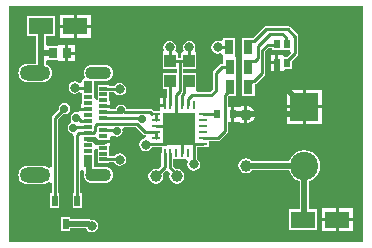
<source format=gtl>
G04*
G04 #@! TF.GenerationSoftware,Altium Limited,Altium Designer,20.1.8 (145)*
G04*
G04 Layer_Physical_Order=1*
G04 Layer_Color=255*
%FSLAX25Y25*%
%MOIN*%
G70*
G04*
G04 #@! TF.SameCoordinates,5D2BCBBB-68BA-462B-8042-098B58F1E690*
G04*
G04*
G04 #@! TF.FilePolarity,Positive*
G04*
G01*
G75*
%ADD10C,0.01000*%
%ADD33R,0.03150X0.00984*%
%ADD34R,0.00984X0.03150*%
%ADD35R,0.10630X0.10630*%
%ADD36C,0.03937*%
%ADD37R,0.03150X0.04921*%
%ADD38R,0.02362X0.03150*%
%ADD39R,0.02756X0.03937*%
%ADD40R,0.02756X0.01181*%
%ADD41R,0.08268X0.05709*%
%ADD42R,0.01968X0.03740*%
%ADD43R,0.01968X0.03150*%
%ADD44R,0.03150X0.03543*%
%ADD45R,0.03937X0.04331*%
%ADD46C,0.02000*%
%ADD47C,0.01500*%
%ADD48O,0.10236X0.05118*%
%ADD49O,0.08661X0.04331*%
%ADD50C,0.09449*%
%ADD51R,0.09449X0.09449*%
%ADD52C,0.03150*%
%ADD53C,0.02756*%
G36*
X118110D02*
X0D01*
Y78740D01*
X118110D01*
Y0D01*
D02*
G37*
%LPC*%
G36*
X27264Y75776D02*
X22630D01*
Y72421D01*
X27264D01*
Y75776D01*
D02*
G37*
G36*
X21630D02*
X16996D01*
Y72421D01*
X21630D01*
Y75776D01*
D02*
G37*
G36*
X27264Y71421D02*
X22630D01*
Y68067D01*
X27264D01*
Y71421D01*
D02*
G37*
G36*
X21630D02*
X16996D01*
Y68067D01*
X21630D01*
Y71421D01*
D02*
G37*
G36*
X75525Y68061D02*
X71376D01*
Y67415D01*
X70401Y66864D01*
X70376Y66869D01*
X69591Y67025D01*
X68781Y66864D01*
X68095Y66405D01*
X67636Y65719D01*
X67475Y64909D01*
X67636Y64100D01*
X68095Y63414D01*
X68781Y62955D01*
X69591Y62794D01*
X70376Y62950D01*
X70401Y62954D01*
X71376Y62404D01*
X71376Y62139D01*
X71476Y61181D01*
Y59420D01*
X70900D01*
X70510Y59342D01*
X70179Y59121D01*
X68279Y57221D01*
X68058Y56890D01*
X67980Y56500D01*
Y50922D01*
X67078Y50020D01*
X62786D01*
X62468Y50888D01*
X62468D01*
Y56219D01*
X58020D01*
Y57581D01*
X62468D01*
Y62912D01*
X62454D01*
X61919Y63912D01*
X62045Y64100D01*
X62206Y64909D01*
X62045Y65719D01*
X61586Y66405D01*
X60900Y66864D01*
X60091Y67025D01*
X59281Y66864D01*
X58595Y66405D01*
X58136Y65719D01*
X57975Y64909D01*
X58136Y64100D01*
X58262Y63912D01*
X57727Y62912D01*
X57531D01*
Y61266D01*
X56269D01*
Y62912D01*
X55954D01*
X55419Y63912D01*
X55545Y64100D01*
X55706Y64909D01*
X55545Y65719D01*
X55086Y66405D01*
X54400Y66864D01*
X53591Y67025D01*
X52781Y66864D01*
X52095Y66405D01*
X51636Y65719D01*
X51475Y64909D01*
X51636Y64100D01*
X51762Y63912D01*
X51332Y62912D01*
X51332D01*
Y57581D01*
X55980D01*
Y56219D01*
X51332D01*
Y50888D01*
X52780D01*
Y48149D01*
X52379D01*
Y45574D01*
X51879D01*
Y45074D01*
X50387D01*
Y43613D01*
X49064D01*
X48926Y43641D01*
X48788Y43613D01*
X48309D01*
X47701Y44221D01*
X47370Y44442D01*
X46980Y44520D01*
X39196D01*
X39173Y44636D01*
X38758Y45257D01*
X38136Y45673D01*
X37404Y45818D01*
X36671Y45673D01*
X36050Y45257D01*
X35635Y44636D01*
X35573Y44327D01*
X33854D01*
Y44776D01*
X31476D01*
Y45776D01*
X33854D01*
Y46866D01*
X33354D01*
Y50071D01*
X35125D01*
X35504Y49504D01*
X36190Y49046D01*
X37000Y48885D01*
X37810Y49046D01*
X38496Y49504D01*
X38954Y50190D01*
X39115Y51000D01*
X38954Y51810D01*
X38496Y52496D01*
X37810Y52954D01*
X37000Y53115D01*
X36190Y52954D01*
X35504Y52496D01*
X35246Y52110D01*
X33354D01*
Y52272D01*
X29598D01*
Y47666D01*
X29236Y47446D01*
X28236Y48009D01*
Y53690D01*
X32028D01*
X32723Y53781D01*
X33372Y54050D01*
X33928Y54477D01*
X34356Y55034D01*
X34624Y55682D01*
X34716Y56378D01*
X34624Y57074D01*
X34356Y57722D01*
X33928Y58279D01*
X33372Y58706D01*
X32723Y58975D01*
X32028Y59066D01*
X27697D01*
X27001Y58975D01*
X26353Y58706D01*
X25796Y58279D01*
X25369Y57722D01*
X25100Y57074D01*
X25008Y56378D01*
X25100Y55682D01*
X25369Y55034D01*
X24868Y54043D01*
X24480D01*
Y53322D01*
X23496Y52996D01*
X22809Y53454D01*
X22000Y53615D01*
X21191Y53454D01*
X20504Y52996D01*
X20046Y52310D01*
X19884Y51500D01*
X20046Y50690D01*
X20504Y50004D01*
X21191Y49546D01*
X22000Y49385D01*
X22809Y49546D01*
X23496Y50004D01*
X24480Y49678D01*
Y45882D01*
X23980D01*
Y44791D01*
X26358D01*
Y43791D01*
X23783D01*
X23739Y43750D01*
X22980Y43324D01*
X22500Y43419D01*
X21767Y43273D01*
X21146Y42858D01*
X20731Y42237D01*
X20585Y41504D01*
X20729Y40781D01*
X20731Y40770D01*
X20765Y39827D01*
X20437Y39549D01*
X20146Y39354D01*
X19731Y38733D01*
X19585Y38000D01*
X19731Y37267D01*
X20146Y36646D01*
X20767Y36231D01*
X21500Y36085D01*
X21721Y35109D01*
Y16228D01*
X21256D01*
Y11488D01*
X24224D01*
Y16228D01*
X23760D01*
Y23593D01*
X24657Y24270D01*
X24712Y24249D01*
X25132Y23135D01*
X25100Y23058D01*
X25008Y22362D01*
X25100Y21666D01*
X25369Y21018D01*
X25796Y20461D01*
X26353Y20034D01*
X27001Y19766D01*
X27697Y19674D01*
X32028D01*
X32723Y19766D01*
X33372Y20034D01*
X33928Y20461D01*
X34356Y21018D01*
X34624Y21666D01*
X34716Y22362D01*
X34624Y23058D01*
X34356Y23706D01*
X33928Y24263D01*
X33372Y24690D01*
X32723Y24959D01*
X32028Y25051D01*
X28266D01*
Y26787D01*
X28236Y26935D01*
Y30731D01*
X29236Y31294D01*
X29598Y31074D01*
Y26469D01*
X33354D01*
Y26571D01*
X35125D01*
X35504Y26004D01*
X36190Y25546D01*
X37000Y25385D01*
X37810Y25546D01*
X38496Y26004D01*
X38954Y26690D01*
X39115Y27500D01*
X38954Y28310D01*
X38496Y28996D01*
X37810Y29454D01*
X37000Y29615D01*
X36190Y29454D01*
X35504Y28996D01*
X35246Y28610D01*
X33354D01*
Y31874D01*
X33854D01*
Y32965D01*
X31476D01*
Y33965D01*
X33854D01*
Y35055D01*
X33854D01*
X33856Y35085D01*
X34090Y35258D01*
X34874Y35515D01*
X35267Y35253D01*
X36000Y35107D01*
X36733Y35253D01*
X37354Y35668D01*
X37769Y36289D01*
X37915Y37022D01*
X37843Y37380D01*
X38373Y38236D01*
X38554Y38380D01*
X42178D01*
X44563Y35995D01*
X44894Y35774D01*
X45284Y35696D01*
X45854D01*
X45923Y35478D01*
X45851Y35271D01*
X45200Y34447D01*
X44781Y34364D01*
X44095Y33905D01*
X43636Y33219D01*
X43475Y32409D01*
X43636Y31600D01*
X44095Y30914D01*
X44781Y30455D01*
X45591Y30294D01*
X46400Y30455D01*
X47086Y30914D01*
X47545Y31600D01*
X47575Y31751D01*
X48918D01*
X48997Y31767D01*
X50887D01*
Y29964D01*
X50859Y29826D01*
Y25301D01*
X49897Y24339D01*
X49000Y24517D01*
X48037Y24325D01*
X47220Y23780D01*
X46675Y22963D01*
X46483Y22000D01*
X46675Y21037D01*
X47220Y20220D01*
X48037Y19675D01*
X49000Y19483D01*
X49963Y19675D01*
X50780Y20220D01*
X51325Y21037D01*
X51517Y22000D01*
X51338Y22897D01*
X52069Y23627D01*
X53111Y23622D01*
X53330Y23366D01*
X53653Y22855D01*
X53483Y22000D01*
X53675Y21037D01*
X54220Y20220D01*
X55037Y19675D01*
X56000Y19483D01*
X56963Y19675D01*
X57780Y20220D01*
X58325Y21037D01*
X58517Y22000D01*
X58325Y22963D01*
X57780Y23780D01*
X56963Y24325D01*
X56000Y24517D01*
X55604Y24438D01*
X54867Y25175D01*
Y27751D01*
X59123D01*
X59658Y26751D01*
X59636Y26719D01*
X59475Y25909D01*
X59636Y25100D01*
X60095Y24414D01*
X60781Y23955D01*
X61590Y23794D01*
X62400Y23955D01*
X63086Y24414D01*
X63545Y25100D01*
X63706Y25909D01*
X63545Y26719D01*
X63086Y27405D01*
X62733Y27641D01*
Y29786D01*
X62741Y29826D01*
X62733Y29866D01*
Y31767D01*
X64635D01*
X64674Y31759D01*
X64812Y31787D01*
X66749D01*
Y33728D01*
X69747D01*
X70137Y33805D01*
X70468Y34026D01*
X72721Y36279D01*
X72942Y36610D01*
X73020Y37000D01*
Y40025D01*
X74159D01*
Y42600D01*
Y45175D01*
X73020D01*
Y48639D01*
X75625D01*
Y54561D01*
X75625D01*
Y55439D01*
X75625D01*
Y61181D01*
X75625Y61361D01*
X75525Y62319D01*
Y62361D01*
Y68061D01*
D02*
G37*
G36*
X19862Y65772D02*
Y63500D01*
X21937D01*
Y65772D01*
X19862D01*
D02*
G37*
G36*
X93000Y72020D02*
X85650D01*
X85259Y71942D01*
X84929Y71721D01*
X81288Y68080D01*
X80824D01*
X80726Y68061D01*
X77675D01*
Y62139D01*
X77675D01*
X77675Y62139D01*
X77775Y61181D01*
Y55439D01*
X77775Y55439D01*
Y54561D01*
X77775D01*
X77775Y54439D01*
Y48639D01*
X81924D01*
Y52564D01*
X82200Y52619D01*
X82531Y52840D01*
X85221Y55529D01*
X85442Y55860D01*
X85520Y56250D01*
Y63578D01*
X86744Y64802D01*
X87744Y64791D01*
Y63975D01*
X90713D01*
X90713Y63975D01*
X91287D01*
Y63975D01*
X91713Y63975D01*
X93549D01*
X93964Y62975D01*
X92814Y61825D01*
X92005D01*
X91213Y62325D01*
X90495Y62325D01*
X89728D01*
Y59750D01*
Y57176D01*
X91213D01*
X92005Y57676D01*
X94256D01*
Y60383D01*
X96221Y62348D01*
X96442Y62679D01*
X96520Y63069D01*
Y68500D01*
X96442Y68890D01*
X96221Y69221D01*
X93721Y71721D01*
X93390Y71942D01*
X93000Y72020D01*
D02*
G37*
G36*
X88728Y62325D02*
X87244D01*
Y60250D01*
X88728D01*
Y62325D01*
D02*
G37*
G36*
X21937Y62500D02*
X19862D01*
Y60228D01*
X21937D01*
Y62500D01*
D02*
G37*
G36*
X15347Y75276D02*
X6079D01*
Y68567D01*
X9183D01*
Y63000D01*
Y59463D01*
X6201D01*
X5402Y59358D01*
X4658Y59050D01*
X4019Y58560D01*
X3529Y57921D01*
X3221Y57177D01*
X3115Y56378D01*
X3221Y55579D01*
X3529Y54835D01*
X4019Y54196D01*
X4658Y53706D01*
X5402Y53398D01*
X6201Y53293D01*
X11319D01*
X12117Y53398D01*
X12862Y53706D01*
X13501Y54196D01*
X13991Y54835D01*
X14299Y55579D01*
X14404Y56378D01*
X14299Y57177D01*
X13991Y57921D01*
X13501Y58560D01*
X12862Y59050D01*
X12242Y59307D01*
Y59861D01*
X12563Y60728D01*
X15994D01*
X16787Y60228D01*
X17505Y60228D01*
X18862D01*
Y63000D01*
Y65772D01*
X17505D01*
X16787Y65772D01*
X15994Y65272D01*
X12563D01*
X12242Y66139D01*
Y68567D01*
X15347D01*
Y75276D01*
D02*
G37*
G36*
X88728Y59250D02*
X87244D01*
Y57176D01*
X88728D01*
Y59250D01*
D02*
G37*
G36*
X51379Y48149D02*
X50387D01*
Y46074D01*
X51379D01*
Y48149D01*
D02*
G37*
G36*
X104224Y50824D02*
X99000D01*
Y45600D01*
X104224D01*
Y50824D01*
D02*
G37*
G36*
X98000D02*
X92776D01*
Y45600D01*
X98000D01*
Y50824D01*
D02*
G37*
G36*
X79500Y45428D02*
Y43000D01*
X81928D01*
X81892Y43275D01*
X81593Y43997D01*
X81117Y44617D01*
X80497Y45093D01*
X79775Y45392D01*
X79500Y45428D01*
D02*
G37*
G36*
X18500Y46415D02*
X17767Y46269D01*
X17146Y45854D01*
X16731Y45233D01*
X16585Y44500D01*
X16664Y44106D01*
X14539Y41981D01*
X14318Y41650D01*
X14240Y41260D01*
Y25184D01*
X14094Y25057D01*
X13240Y24744D01*
X12862Y25034D01*
X12117Y25343D01*
X11319Y25448D01*
X6201D01*
X5402Y25343D01*
X4658Y25034D01*
X4019Y24544D01*
X3529Y23905D01*
X3221Y23161D01*
X3115Y22362D01*
X3221Y21564D01*
X3529Y20820D01*
X4019Y20180D01*
X4658Y19690D01*
X5402Y19382D01*
X6201Y19277D01*
X11319D01*
X12117Y19382D01*
X12862Y19690D01*
X13240Y19981D01*
X14094Y19668D01*
X14240Y19541D01*
Y16228D01*
X13776D01*
Y11488D01*
X16744D01*
Y16228D01*
X16279D01*
Y40837D01*
X18106Y42664D01*
X18500Y42585D01*
X19233Y42731D01*
X19854Y43146D01*
X20269Y43767D01*
X20415Y44500D01*
X20269Y45233D01*
X19854Y45854D01*
X19233Y46269D01*
X18500Y46415D01*
D02*
G37*
G36*
X81928Y42000D02*
X79500D01*
Y39572D01*
X79775Y39608D01*
X80497Y39907D01*
X81117Y40383D01*
X81593Y41003D01*
X81892Y41725D01*
X81928Y42000D01*
D02*
G37*
G36*
X78500Y45428D02*
X78225Y45392D01*
X77820Y45224D01*
X76840Y45175D01*
Y45175D01*
X75159D01*
Y42600D01*
Y40025D01*
X76840D01*
X76840Y40025D01*
X77749Y39805D01*
X78225Y39608D01*
X78500Y39572D01*
Y42500D01*
Y45428D01*
D02*
G37*
G36*
X104224Y44600D02*
X99000D01*
Y39376D01*
X104224D01*
Y44600D01*
D02*
G37*
G36*
X98000D02*
X92776D01*
Y39376D01*
X98000D01*
Y44600D01*
D02*
G37*
G36*
X98500Y30684D02*
X97136Y30505D01*
X95865Y29978D01*
X94774Y29141D01*
X93937Y28050D01*
X93496Y26987D01*
X80975D01*
X80780Y27280D01*
X79963Y27825D01*
X79000Y28017D01*
X78037Y27825D01*
X77220Y27280D01*
X76675Y26463D01*
X76483Y25500D01*
X76675Y24537D01*
X77220Y23720D01*
X78037Y23175D01*
X79000Y22983D01*
X79963Y23175D01*
X80780Y23720D01*
X80919Y23928D01*
X93461D01*
X93937Y22780D01*
X94774Y21689D01*
X95865Y20851D01*
X96971Y20394D01*
Y10876D01*
X93379D01*
Y4167D01*
X102647D01*
Y10876D01*
X100029D01*
Y20394D01*
X101135Y20851D01*
X102226Y21689D01*
X103063Y22780D01*
X103590Y24051D01*
X103770Y25415D01*
X103590Y26779D01*
X103063Y28050D01*
X102226Y29141D01*
X101135Y29978D01*
X99864Y30505D01*
X98500Y30684D01*
D02*
G37*
G36*
X114564Y11376D02*
X109930D01*
Y8021D01*
X114564D01*
Y11376D01*
D02*
G37*
G36*
X108930D02*
X104296D01*
Y8021D01*
X108930D01*
Y11376D01*
D02*
G37*
G36*
X114564Y7021D02*
X109930D01*
Y3667D01*
X114564D01*
Y7021D01*
D02*
G37*
G36*
X108930D02*
X104296D01*
Y3667D01*
X108930D01*
Y7021D01*
D02*
G37*
G36*
X20484Y8512D02*
X17516D01*
Y6369D01*
X17471Y6142D01*
X17516Y5915D01*
Y3772D01*
X20484D01*
Y4612D01*
X25634D01*
X25636Y4600D01*
X26095Y3914D01*
X26781Y3455D01*
X27591Y3294D01*
X28400Y3455D01*
X29086Y3914D01*
X29545Y4600D01*
X29706Y5409D01*
X29545Y6219D01*
X29086Y6905D01*
X28400Y7364D01*
X27591Y7525D01*
X27272Y7462D01*
X27132Y7555D01*
X26547Y7671D01*
X20484D01*
Y8512D01*
D02*
G37*
%LPD*%
D10*
X57000Y60246D02*
X60000D01*
X48918Y32771D02*
X48926Y32779D01*
X45952Y32771D02*
X48918D01*
X45591Y32409D02*
X45952Y32771D01*
X61713Y29818D02*
X61721Y29826D01*
X61713Y26032D02*
Y29818D01*
X61590Y25909D02*
X61713Y26032D01*
X73260Y64909D02*
X73450Y65100D01*
X69591Y64909D02*
X73260D01*
X53800Y60246D02*
X57000D01*
Y50232D02*
Y60000D01*
X55816Y45574D02*
Y49048D01*
X57000Y50232D01*
X60000Y60246D02*
X60091Y60337D01*
Y64909D01*
X53591Y60456D02*
X53800Y60246D01*
X53591Y60456D02*
Y64909D01*
X55816Y38684D02*
X55816Y38684D01*
Y45574D01*
Y38684D02*
X56800Y37700D01*
X48926Y38684D02*
X55816D01*
X48926Y32779D02*
X48934Y32787D01*
X51887D01*
X56800Y37700D01*
X57784Y36716D02*
X61713Y32787D01*
X64666D02*
X64674Y32779D01*
X61713Y32787D02*
X64666D01*
X56800Y37700D02*
X57784Y36716D01*
X61713Y29834D02*
X61721Y29826D01*
X61713Y29834D02*
Y32787D01*
X57784Y29826D02*
Y36716D01*
X31567Y27591D02*
X36909D01*
Y51091D02*
X37000Y51000D01*
X31567Y51091D02*
X36909D01*
X31476Y51181D02*
X31567Y51091D01*
X26283Y51500D02*
X26358Y51575D01*
X22000Y51500D02*
X26283D01*
X91173Y69500D02*
X92287Y68386D01*
Y66534D02*
Y68386D01*
X87000Y69500D02*
X91173D01*
X85650Y71000D02*
X93000D01*
X79750Y65986D02*
X80824Y67061D01*
X81710D01*
X79750Y65100D02*
Y65986D01*
X81710Y67061D02*
X85650Y71000D01*
X84500Y56250D02*
Y64000D01*
X86330Y65830D02*
X89009D01*
X84500Y64000D02*
X86330Y65830D01*
X83000Y61207D02*
Y65500D01*
X87000Y69500D01*
X81810Y53561D02*
X84500Y56250D01*
X79850Y52486D02*
X80924Y53561D01*
X81810D01*
X89009Y65830D02*
X89228Y66050D01*
X80924Y60307D02*
X82100D01*
X79850Y58400D02*
Y59232D01*
X80924Y60307D01*
X82100D02*
X83000Y61207D01*
X69000Y50500D02*
Y56500D01*
X70900Y58400D02*
X73550D01*
X69000Y56500D02*
X70900Y58400D01*
X67500Y49000D02*
X69000Y50500D01*
X61000Y49000D02*
X67500D01*
X93000Y71000D02*
X95500Y68500D01*
X92772Y60341D02*
X95500Y63069D01*
Y68500D01*
X92287Y66534D02*
X92772Y66050D01*
X64674Y34747D02*
X69747D01*
X72000Y37000D02*
Y49164D01*
X69747Y34747D02*
X72000Y37000D01*
X73550Y50714D02*
Y51600D01*
X72000Y49164D02*
X73550Y50714D01*
X59761Y47761D02*
X61000Y49000D01*
X59761Y45582D02*
Y47761D01*
X59753Y45574D02*
X59761Y45582D01*
X92772Y59750D02*
Y60341D01*
X44115Y41248D02*
X44266Y41097D01*
X31567Y41248D02*
X44115D01*
X31476Y41339D02*
X31567Y41248D01*
X36928Y43904D02*
X37879D01*
X36332Y43307D02*
X36928Y43904D01*
X31476Y43307D02*
X36332D01*
X46980Y43500D02*
X47851Y42629D01*
X38282Y43500D02*
X46980D01*
X37879Y43904D02*
X38282Y43500D01*
X22361Y38386D02*
X26358D01*
X21975Y38000D02*
X22361Y38386D01*
X21500Y38000D02*
X21975D01*
X58531Y52085D02*
X60000Y53553D01*
X58531Y49642D02*
Y52085D01*
X57784Y48895D02*
X58531Y49642D01*
X57784Y45574D02*
Y48895D01*
X53800Y46688D02*
Y53553D01*
Y46688D02*
X53847Y46641D01*
Y45574D02*
Y46641D01*
X56000Y22000D02*
Y22600D01*
X53847Y24752D02*
X56000Y22600D01*
X53847Y24752D02*
Y29826D01*
X49000Y22000D02*
X51879Y24879D01*
Y29826D01*
X31476Y37402D02*
X31567Y37311D01*
X35711D01*
X36000Y37022D01*
X23417Y36417D02*
X26358D01*
X22740Y35740D02*
X23417Y36417D01*
X22500Y41504D02*
X22975D01*
X24035Y40445D01*
X26268D01*
X26358Y40354D01*
X15260Y41260D02*
X18500Y44500D01*
X15260Y13858D02*
Y41260D01*
X64674Y42621D02*
X69520D01*
X69541Y42600D01*
X29322Y39400D02*
X42600D01*
X26449Y36508D02*
X28150D01*
X28736Y37094D01*
Y38814D01*
X29322Y39400D01*
X22740Y13858D02*
Y35740D01*
X42600Y39400D02*
X45284Y36716D01*
X26358Y36417D02*
X26449Y36508D01*
X48926Y34747D02*
Y36716D01*
X45284D02*
X48926D01*
Y40653D02*
Y42621D01*
D33*
Y40653D02*
D03*
Y42621D02*
D03*
Y36716D02*
D03*
Y34747D02*
D03*
Y38684D02*
D03*
Y32779D02*
D03*
X64674Y36716D02*
D03*
Y42621D02*
D03*
Y40653D02*
D03*
Y34747D02*
D03*
Y38684D02*
D03*
Y32779D02*
D03*
D34*
X55816Y45574D02*
D03*
X57784D02*
D03*
X51879D02*
D03*
X53847D02*
D03*
Y29826D02*
D03*
X55816D02*
D03*
X51879D02*
D03*
X61721Y45574D02*
D03*
X59753D02*
D03*
X57784Y29826D02*
D03*
X59753D02*
D03*
X61721D02*
D03*
D35*
X56800Y37700D02*
D03*
D36*
X79000Y25500D02*
D03*
X56000Y22000D02*
D03*
X49000D02*
D03*
X79000Y42500D02*
D03*
D37*
X73550Y58400D02*
D03*
X79850D02*
D03*
X73550Y51600D02*
D03*
X79850D02*
D03*
X73450Y65100D02*
D03*
X79750D02*
D03*
D38*
X69541Y42600D02*
D03*
X74659D02*
D03*
D39*
X26358Y51575D02*
D03*
Y27165D02*
D03*
D40*
Y48228D02*
D03*
Y46260D02*
D03*
Y44291D02*
D03*
Y42323D02*
D03*
Y40354D02*
D03*
Y38386D02*
D03*
Y36417D02*
D03*
Y34449D02*
D03*
Y32480D02*
D03*
Y30512D02*
D03*
X31476Y27559D02*
D03*
Y29528D02*
D03*
Y31496D02*
D03*
Y33465D02*
D03*
Y35433D02*
D03*
Y37402D02*
D03*
Y41339D02*
D03*
Y43307D02*
D03*
Y45276D02*
D03*
Y47244D02*
D03*
Y49213D02*
D03*
Y51181D02*
D03*
D41*
X22130Y71921D02*
D03*
X10713D02*
D03*
X109430Y7521D02*
D03*
X98013D02*
D03*
D42*
X19000Y6142D02*
D03*
X15260Y13858D02*
D03*
X22740D02*
D03*
D43*
X92772Y66050D02*
D03*
X89228Y59750D02*
D03*
X92772D02*
D03*
X89228Y66050D02*
D03*
D44*
X19362Y63000D02*
D03*
X14638D02*
D03*
D45*
X53800Y60246D02*
D03*
Y53553D02*
D03*
X60000Y60246D02*
D03*
Y53553D02*
D03*
D46*
X19000Y6142D02*
X26547D01*
X27279Y5409D01*
X27591D01*
X79000Y25500D02*
X79043Y25458D01*
X98457D01*
X98500Y25415D01*
X10713Y63000D02*
Y71921D01*
Y57818D02*
Y63000D01*
X14638D01*
X9272Y56378D02*
X10713Y57818D01*
X8760Y56378D02*
X9272D01*
X26358Y27165D02*
X26736Y26787D01*
Y23954D02*
Y26787D01*
Y23954D02*
X28328Y22362D01*
X29862D01*
X96000Y42600D02*
X98500Y45100D01*
X79000Y42600D02*
X96000D01*
X89228Y54372D02*
Y59750D01*
Y54372D02*
X98500Y45100D01*
X74659Y42600D02*
X79000D01*
X98013Y7521D02*
X98500Y8009D01*
Y25415D01*
D47*
X29125Y33465D02*
X31476D01*
X26449Y34358D02*
X28231D01*
X29125Y33465D01*
D48*
X8760Y22362D02*
D03*
Y56378D02*
D03*
D49*
X29862Y22362D02*
D03*
Y56378D02*
D03*
D50*
X98500Y25415D02*
D03*
D51*
Y45100D02*
D03*
D52*
X45591Y32409D02*
D03*
X61590Y25909D02*
D03*
X27591Y5409D02*
D03*
X69591Y64909D02*
D03*
X60091D02*
D03*
X53591D02*
D03*
X37000Y27500D02*
D03*
Y51000D02*
D03*
X22000Y51500D02*
D03*
D53*
X37404Y43904D02*
D03*
X44266Y41097D02*
D03*
X36000Y37022D02*
D03*
X21500Y38000D02*
D03*
X22500Y41504D02*
D03*
X18500Y44500D02*
D03*
M02*

</source>
